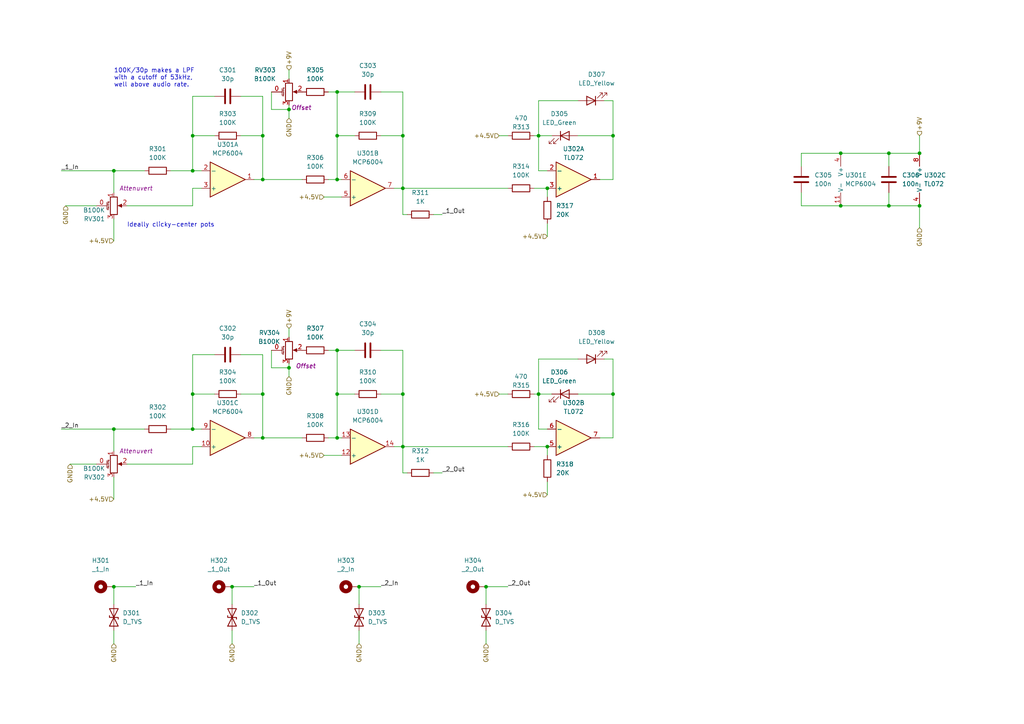
<source format=kicad_sch>
(kicad_sch (version 20211123) (generator eeschema)
  (paper "A4")
  (lib_symbols
    (symbol "Amplifier_Operational:MCP6004" (pin_names (offset 0.127))
      (property "Reference" "U" (at 0 5.08 0))
      (property "Value" "MCP6004" (at 0 -5.08 0))
      (symbol "MCP6004_1_1"
        (polyline (pts (xy -5.08 5.08) (xy 5.08 0) (xy -5.08 -5.08) (xy -5.08 5.08)) (stroke (width 0.254)) (fill (type background)))
        (pin output line (at 7.62 0 180) (length 2.54) (name "~") (number "1"))
        (pin input line (at -7.62 -2.54 0) (length 2.54) (name "-") (number "2"))
        (pin input line (at -7.62 2.54 0) (length 2.54) (name "+") (number "3"))
      )
      (symbol "MCP6004_2_1"
        (polyline (pts (xy -5.08 5.08) (xy 5.08 0) (xy -5.08 -5.08) (xy -5.08 5.08)) (stroke (width 0.254)) (fill (type background)))
        (pin input line (at -7.62 2.54 0) (length 2.54) (name "+") (number "5"))
        (pin input line (at -7.62 -2.54 0) (length 2.54) (name "-") (number "6"))
        (pin output line (at 7.62 0 180) (length 2.54) (name "~") (number "7"))
      )
      (symbol "MCP6004_3_1"
        (polyline (pts (xy -5.08 5.08) (xy 5.08 0) (xy -5.08 -5.08) (xy -5.08 5.08)) (stroke (width 0.254)) (fill (type background)))
        (pin input line (at -7.62 2.54 0) (length 2.54) (name "+") (number "10"))
        (pin output line (at 7.62 0 180) (length 2.54) (name "~") (number "8"))
        (pin input line (at -7.62 -2.54 0) (length 2.54) (name "-") (number "9"))
      )
      (symbol "MCP6004_4_1"
        (polyline (pts (xy -5.08 5.08) (xy 5.08 0) (xy -5.08 -5.08) (xy -5.08 5.08)) (stroke (width 0.254)) (fill (type background)))
        (pin input line (at -7.62 2.54 0) (length 2.54) (name "+") (number "12"))
        (pin input line (at -7.62 -2.54 0) (length 2.54) (name "-") (number "13"))
        (pin output line (at 7.62 0 180) (length 2.54) (name "~") (number "14"))
      )
      (symbol "MCP6004_5_1"
        (pin power_in line (at -2.54 -7.62 90) (length 3.81) (name "V-") (number "11"))
        (pin power_in line (at -2.54 7.62 270) (length 3.81) (name "V+") (number "4"))
      )
    )
    (symbol "Amplifier_Operational:TL072" (pin_names (offset 0.127))
      (property "Reference" "U" (at 0 5.08 0))
      (property "Value" "TL072" (at 0 -5.08 0))
      (symbol "TL072_1_1"
        (polyline (pts (xy -5.08 5.08) (xy 5.08 0) (xy -5.08 -5.08) (xy -5.08 5.08)) (stroke (width 0.254)) (fill (type background)))
        (pin output line (at 7.62 0 180) (length 2.54) (name "~") (number "1"))
        (pin input line (at -7.62 -2.54 0) (length 2.54) (name "-") (number "2"))
        (pin input line (at -7.62 2.54 0) (length 2.54) (name "+") (number "3"))
      )
      (symbol "TL072_2_1"
        (polyline (pts (xy -5.08 5.08) (xy 5.08 0) (xy -5.08 -5.08) (xy -5.08 5.08)) (stroke (width 0.254)) (fill (type background)))
        (pin input line (at -7.62 2.54 0) (length 2.54) (name "+") (number "5"))
        (pin input line (at -7.62 -2.54 0) (length 2.54) (name "-") (number "6"))
        (pin output line (at 7.62 0 180) (length 2.54) (name "~") (number "7"))
      )
      (symbol "TL072_3_1"
        (pin power_in line (at -2.54 -7.62 90) (length 3.81) (name "V-") (number "4"))
        (pin power_in line (at -2.54 7.62 270) (length 3.81) (name "V+") (number "8"))
      )
    )
    (symbol "Device:C" (pin_numbers hide) (pin_names (offset 0.254))
      (property "Reference" "C" (at 0.635 2.54 0))
      (property "Value" "C" (at 0.635 -2.54 0))
      (symbol "C_0_1"
        (polyline (pts (xy -2.032 -0.762) (xy 2.032 -0.762)) (stroke (width 0.508)))
        (polyline (pts (xy -2.032 0.762) (xy 2.032 0.762)) (stroke (width 0.508)))
      )
      (symbol "C_1_1"
        (pin passive line (at 0 3.81 270) (length 2.794) (name "~") (number "1"))
        (pin passive line (at 0 -3.81 90) (length 2.794) (name "~") (number "2"))
      )
    )
    (symbol "Device:D_TVS" (pin_numbers hide) (pin_names (offset 1.016) hide)
      (property "Reference" "D" (at 0 2.54 0))
      (property "Value" "D_TVS" (at 0 -2.54 0))
      (symbol "D_TVS_0_1"
        (polyline (pts (xy 1.27 0) (xy -1.27 0)))
        (polyline (pts (xy 0.508 1.27) (xy 0 1.27) (xy 0 -1.27) (xy -0.508 -1.27)) (stroke (width 0.254)))
        (polyline (pts (xy -2.54 1.27) (xy -2.54 -1.27) (xy 2.54 1.27) (xy 2.54 -1.27) (xy -2.54 1.27)) (stroke (width 0.254)))
      )
      (symbol "D_TVS_1_1"
        (pin passive line (at -3.81 0 0) (length 2.54) (name "A1") (number "1"))
        (pin passive line (at 3.81 0 180) (length 2.54) (name "A2") (number "2"))
      )
    )
    (symbol "Device:LED" (pin_numbers hide) (pin_names (offset 1.016) hide)
      (property "Reference" "D" (at 0 2.54 0))
      (property "Value" "LED" (at 0 -2.54 0))
      (symbol "LED_0_1"
        (polyline (pts (xy -1.27 -1.27) (xy -1.27 1.27)) (stroke (width 0.254)))
        (polyline (pts (xy -1.27 0) (xy 1.27 0)))
        (polyline (pts (xy 1.27 -1.27) (xy 1.27 1.27) (xy -1.27 0) (xy 1.27 -1.27)) (stroke (width 0.254)))
        (polyline (pts (xy -3.048 -0.762) (xy -4.572 -2.286) (xy -3.81 -2.286) (xy -4.572 -2.286) (xy -4.572 -1.524)))
        (polyline (pts (xy -1.778 -0.762) (xy -3.302 -2.286) (xy -2.54 -2.286) (xy -3.302 -2.286) (xy -3.302 -1.524)))
      )
      (symbol "LED_1_1"
        (pin passive line (at -3.81 0 0) (length 2.54) (name "K") (number "1"))
        (pin passive line (at 3.81 0 180) (length 2.54) (name "A") (number "2"))
      )
    )
    (symbol "Device:R" (pin_numbers hide) (pin_names (offset 0))
      (property "Reference" "R" (at 2.032 0 90))
      (property "Value" "R" (at 0 0 90))
      (symbol "R_0_1"
        (rectangle (start -1.016 -2.54) (end 1.016 2.54) (stroke (width 0.254)))
      )
      (symbol "R_1_1"
        (pin passive line (at 0 3.81 270) (length 1.27) (name "~") (number "1"))
        (pin passive line (at 0 -3.81 90) (length 1.27) (name "~") (number "2"))
      )
    )
    (symbol "Mechanical:MountingHole_Pad" (pin_numbers hide) (pin_names (offset 1.016) hide)
      (property "Reference" "H" (at 0 6.35 0))
      (property "Value" "MountingHole_Pad" (at 0 4.445 0))
      (symbol "MountingHole_Pad_0_1"
        (circle (center 0 1.27) (radius 1.27) (stroke (width 1.27)))
      )
      (symbol "MountingHole_Pad_1_1"
        (pin input line (at 0 -2.54 90) (length 2.54) (name "1") (number "1"))
      )
    )
    (symbol "R0904NB10KL-25KQ:R_Potentiometer_Shield" (pin_names (offset 1.016) hide)
      (property "Reference" "RV" (at -8.255 0 90))
      (property "Value" "R_Potentiometer_Shield" (at -6.35 0 90))
      (symbol "R_Potentiometer_Shield_0_1"
        (polyline (pts (xy 2.54 0) (xy 1.524 0)))
        (polyline (pts (xy 1.143 0) (xy 2.286 0.508) (xy 2.286 -0.508)) (fill (type outline)))
        (rectangle (start 1.016 2.54) (end -1.016 -2.54) (stroke (width 0.254)))
      )
      (symbol "R_Potentiometer_Shield_1_1"
        (polyline (pts (xy -2.032 1.016) (xy -2.032 -1.016)) (stroke (width 0.1524)))
        (text "Mounting" (at -1.651 0 900) (effects (font (size 0.381 0.381))))
        (pin passive line (at -5.08 0 0) (length 3.048) (name "ShieldPin") (number "0"))
        (pin passive line (at 0 3.81 270) (length 1.27) (name "1") (number "1"))
        (pin passive line (at 3.81 0 180) (length 1.27) (name "2") (number "2"))
        (pin passive line (at 0 -3.81 90) (length 1.27) (name "3") (number "3"))
      )
    )
  )
  (junction (at 116.84 114.3))
  (junction (at 243.84 59.69))
  (junction (at 55.88 49.53))
  (junction (at 55.88 114.3))
  (junction (at 33.02 170.18))
  (junction (at 97.79 101.6))
  (junction (at 55.88 39.37))
  (junction (at 97.79 39.37))
  (junction (at 33.02 124.46))
  (junction (at 266.7 59.69))
  (junction (at 76.2 39.37))
  (junction (at 97.79 52.07))
  (junction (at 76.2 114.3))
  (junction (at 156.21 114.3))
  (junction (at 140.97 170.18))
  (junction (at 33.02 49.53))
  (junction (at 116.84 54.61))
  (junction (at 243.84 44.45))
  (junction (at 177.8 114.3))
  (junction (at 67.31 170.18))
  (junction (at 116.84 39.37))
  (junction (at 156.21 39.37))
  (junction (at 177.8 39.37))
  (junction (at 55.88 124.46))
  (junction (at 76.2 127))
  (junction (at 257.81 44.45))
  (junction (at 83.82 106.68))
  (junction (at 158.75 54.61))
  (junction (at 83.82 31.75))
  (junction (at 104.14 170.18))
  (junction (at 97.79 114.3))
  (junction (at 116.84 129.54))
  (junction (at 158.75 129.54))
  (junction (at 97.79 26.67))
  (junction (at 76.2 52.07))
  (junction (at 266.7 44.45))
  (junction (at 97.79 127))
  (junction (at 257.81 59.69))
  (wire (pts (xy 49.53 49.53) (xy 55.88 49.53)))
  (wire (pts (xy 125.73 62.23) (xy 128.27 62.23)))
  (wire (pts (xy 167.64 114.3) (xy 177.8 114.3)))
  (wire (pts (xy 83.82 106.68) (xy 83.82 109.22)))
  (wire (pts (xy 97.79 26.67) (xy 97.79 39.37)))
  (wire (pts (xy 257.81 59.69) (xy 266.7 59.69)))
  (wire (pts (xy 78.74 26.67) (xy 78.74 31.75)))
  (wire (pts (xy 33.02 182.88) (xy 33.02 186.69)))
  (wire (pts (xy 266.7 39.37) (xy 266.7 44.45)))
  (wire (pts (xy 177.8 114.3) (xy 177.8 127)))
  (wire (pts (xy 33.02 138.43) (xy 33.02 144.78)))
  (wire (pts (xy 116.84 54.61) (xy 147.32 54.61)))
  (wire (pts (xy 83.82 30.48) (xy 83.82 31.75)))
  (wire (pts (xy 147.32 114.3) (xy 144.78 114.3)))
  (wire (pts (xy 78.74 106.68) (xy 83.82 106.68)))
  (wire (pts (xy 76.2 52.07) (xy 87.63 52.07)))
  (wire (pts (xy 156.21 39.37) (xy 154.94 39.37)))
  (wire (pts (xy 116.84 54.61) (xy 114.3 54.61)))
  (wire (pts (xy 67.31 182.88) (xy 67.31 186.69)))
  (wire (pts (xy 243.84 59.69) (xy 232.41 59.69)))
  (wire (pts (xy 55.88 102.87) (xy 55.88 114.3)))
  (wire (pts (xy 97.79 26.67) (xy 102.87 26.67)))
  (wire (pts (xy 232.41 48.26) (xy 232.41 44.45)))
  (wire (pts (xy 156.21 114.3) (xy 156.21 104.14)))
  (wire (pts (xy 110.49 114.3) (xy 116.84 114.3)))
  (wire (pts (xy 55.88 59.69) (xy 36.83 59.69)))
  (wire (pts (xy 55.88 129.54) (xy 58.42 129.54)))
  (wire (pts (xy 177.8 127) (xy 173.99 127)))
  (wire (pts (xy 140.97 170.18) (xy 147.32 170.18)))
  (wire (pts (xy 33.02 49.53) (xy 41.91 49.53)))
  (wire (pts (xy 76.2 102.87) (xy 76.2 114.3)))
  (wire (pts (xy 156.21 39.37) (xy 156.21 49.53)))
  (wire (pts (xy 156.21 114.3) (xy 160.02 114.3)))
  (wire (pts (xy 97.79 127) (xy 99.06 127)))
  (wire (pts (xy 116.84 101.6) (xy 116.84 114.3)))
  (wire (pts (xy 73.66 127) (xy 76.2 127)))
  (wire (pts (xy 76.2 127) (xy 87.63 127)))
  (wire (pts (xy 55.88 39.37) (xy 55.88 49.53)))
  (wire (pts (xy 167.64 39.37) (xy 177.8 39.37)))
  (wire (pts (xy 83.82 95.25) (xy 83.82 97.79)))
  (wire (pts (xy 76.2 27.94) (xy 76.2 39.37)))
  (wire (pts (xy 83.82 31.75) (xy 83.82 34.29)))
  (wire (pts (xy 95.25 52.07) (xy 97.79 52.07)))
  (wire (pts (xy 83.82 105.41) (xy 83.82 106.68)))
  (wire (pts (xy 78.74 101.6) (xy 78.74 106.68)))
  (wire (pts (xy 257.81 55.88) (xy 257.81 59.69)))
  (wire (pts (xy 33.02 124.46) (xy 41.91 124.46)))
  (wire (pts (xy 97.79 114.3) (xy 97.79 127)))
  (wire (pts (xy 116.84 26.67) (xy 116.84 39.37)))
  (wire (pts (xy 76.2 39.37) (xy 76.2 52.07)))
  (wire (pts (xy 156.21 124.46) (xy 158.75 124.46)))
  (wire (pts (xy 156.21 114.3) (xy 156.21 124.46)))
  (wire (pts (xy 19.05 59.69) (xy 27.94 59.69)))
  (wire (pts (xy 76.2 114.3) (xy 76.2 127)))
  (wire (pts (xy 158.75 54.61) (xy 158.75 57.15)))
  (wire (pts (xy 102.87 39.37) (xy 97.79 39.37)))
  (wire (pts (xy 116.84 62.23) (xy 118.11 62.23)))
  (wire (pts (xy 243.84 59.69) (xy 257.81 59.69)))
  (wire (pts (xy 110.49 26.67) (xy 116.84 26.67)))
  (wire (pts (xy 177.8 104.14) (xy 177.8 114.3)))
  (wire (pts (xy 69.85 114.3) (xy 76.2 114.3)))
  (wire (pts (xy 33.02 124.46) (xy 33.02 130.81)))
  (wire (pts (xy 55.88 124.46) (xy 58.42 124.46)))
  (wire (pts (xy 55.88 27.94) (xy 55.88 39.37)))
  (wire (pts (xy 97.79 101.6) (xy 97.79 114.3)))
  (wire (pts (xy 156.21 104.14) (xy 167.64 104.14)))
  (wire (pts (xy 257.81 44.45) (xy 266.7 44.45)))
  (wire (pts (xy 73.66 52.07) (xy 76.2 52.07)))
  (wire (pts (xy 62.23 102.87) (xy 55.88 102.87)))
  (wire (pts (xy 55.88 134.62) (xy 36.83 134.62)))
  (wire (pts (xy 104.14 170.18) (xy 104.14 175.26)))
  (wire (pts (xy 67.31 170.18) (xy 67.31 175.26)))
  (wire (pts (xy 232.41 59.69) (xy 232.41 55.88)))
  (wire (pts (xy 158.75 64.77) (xy 158.75 68.58)))
  (wire (pts (xy 95.25 127) (xy 97.79 127)))
  (wire (pts (xy 175.26 104.14) (xy 177.8 104.14)))
  (wire (pts (xy 177.8 39.37) (xy 177.8 52.07)))
  (wire (pts (xy 156.21 29.21) (xy 167.64 29.21)))
  (wire (pts (xy 116.84 129.54) (xy 147.32 129.54)))
  (wire (pts (xy 49.53 124.46) (xy 55.88 124.46)))
  (wire (pts (xy 93.98 57.15) (xy 99.06 57.15)))
  (wire (pts (xy 266.7 59.69) (xy 266.7 66.04)))
  (wire (pts (xy 17.78 49.53) (xy 33.02 49.53)))
  (wire (pts (xy 62.23 39.37) (xy 55.88 39.37)))
  (wire (pts (xy 257.81 44.45) (xy 257.81 48.26)))
  (wire (pts (xy 116.84 54.61) (xy 116.84 62.23)))
  (wire (pts (xy 62.23 114.3) (xy 55.88 114.3)))
  (wire (pts (xy 93.98 132.08) (xy 99.06 132.08)))
  (wire (pts (xy 243.84 44.45) (xy 257.81 44.45)))
  (wire (pts (xy 55.88 54.61) (xy 55.88 59.69)))
  (wire (pts (xy 33.02 49.53) (xy 33.02 55.88)))
  (wire (pts (xy 110.49 101.6) (xy 116.84 101.6)))
  (wire (pts (xy 110.49 39.37) (xy 116.84 39.37)))
  (wire (pts (xy 97.79 101.6) (xy 95.25 101.6)))
  (wire (pts (xy 158.75 139.7) (xy 158.75 143.51)))
  (wire (pts (xy 33.02 170.18) (xy 33.02 175.26)))
  (wire (pts (xy 158.75 129.54) (xy 158.75 132.08)))
  (wire (pts (xy 116.84 129.54) (xy 116.84 137.16)))
  (wire (pts (xy 156.21 39.37) (xy 156.21 29.21)))
  (wire (pts (xy 97.79 39.37) (xy 97.79 52.07)))
  (wire (pts (xy 177.8 29.21) (xy 177.8 39.37)))
  (wire (pts (xy 83.82 20.32) (xy 83.82 22.86)))
  (wire (pts (xy 154.94 54.61) (xy 158.75 54.61)))
  (wire (pts (xy 156.21 39.37) (xy 160.02 39.37)))
  (wire (pts (xy 232.41 44.45) (xy 243.84 44.45)))
  (wire (pts (xy 156.21 49.53) (xy 158.75 49.53)))
  (wire (pts (xy 69.85 27.94) (xy 76.2 27.94)))
  (wire (pts (xy 55.88 49.53) (xy 58.42 49.53)))
  (wire (pts (xy 20.32 134.62) (xy 27.94 134.62)))
  (wire (pts (xy 116.84 114.3) (xy 116.84 129.54)))
  (wire (pts (xy 97.79 52.07) (xy 99.06 52.07)))
  (wire (pts (xy 156.21 114.3) (xy 154.94 114.3)))
  (wire (pts (xy 104.14 182.88) (xy 104.14 186.69)))
  (wire (pts (xy 97.79 26.67) (xy 95.25 26.67)))
  (wire (pts (xy 102.87 114.3) (xy 97.79 114.3)))
  (wire (pts (xy 116.84 39.37) (xy 116.84 54.61)))
  (wire (pts (xy 116.84 137.16) (xy 118.11 137.16)))
  (wire (pts (xy 55.88 129.54) (xy 55.88 134.62)))
  (wire (pts (xy 17.78 124.46) (xy 33.02 124.46)))
  (wire (pts (xy 55.88 114.3) (xy 55.88 124.46)))
  (wire (pts (xy 62.23 27.94) (xy 55.88 27.94)))
  (wire (pts (xy 55.88 54.61) (xy 58.42 54.61)))
  (wire (pts (xy 33.02 170.18) (xy 39.37 170.18)))
  (wire (pts (xy 78.74 31.75) (xy 83.82 31.75)))
  (wire (pts (xy 69.85 39.37) (xy 76.2 39.37)))
  (wire (pts (xy 97.79 101.6) (xy 102.87 101.6)))
  (wire (pts (xy 104.14 170.18) (xy 110.49 170.18)))
  (wire (pts (xy 177.8 52.07) (xy 173.99 52.07)))
  (wire (pts (xy 125.73 137.16) (xy 128.27 137.16)))
  (wire (pts (xy 175.26 29.21) (xy 177.8 29.21)))
  (wire (pts (xy 154.94 129.54) (xy 158.75 129.54)))
  (wire (pts (xy 69.85 102.87) (xy 76.2 102.87)))
  (wire (pts (xy 116.84 129.54) (xy 114.3 129.54)))
  (wire (pts (xy 33.02 63.5) (xy 33.02 69.85)))
  (wire (pts (xy 147.32 39.37) (xy 144.78 39.37)))
  (wire (pts (xy 140.97 182.88) (xy 140.97 186.69)))
  (wire (pts (xy 140.97 170.18) (xy 140.97 175.26)))
  (wire (pts (xy 67.31 170.18) (xy 73.66 170.18)))
  (text "100K/30p makes a LPF\nwith a cutoff of 53kHz,\nwell above audio rate." (at 33.02 25.4 0) (effects (font (size 1.27 1.27)) (justify left bottom)))
  (text "Ideally clicky-center pots\n" (at 36.83 66.04 0) (effects (font (size 1.27 1.27)) (justify left bottom)))
  (label "${SHEETNAME}_2_Out" (at 147.32 170.18 0))
  (label "${SHEETNAME}_1_Out" (at 73.66 170.18 0))
  (label "${SHEETNAME}_2_In" (at 17.78 124.46 0))
  (label "${SHEETNAME}_2_Out" (at 128.27 137.16 0))
  (label "${SHEETNAME}_2_In" (at 110.49 170.18 0))
  (label "${SHEETNAME}_1_In" (at 17.78 49.53 0))
  (label "${SHEETNAME}_1_In" (at 39.37 170.18 0))
  (label "${SHEETNAME}_1_Out" (at 128.27 62.23 0))
  (hierarchical_label "+4.5V" (shape input) (at 158.75 143.51 180))
  (hierarchical_label "+4.5V" (shape input) (at 93.98 132.08 180))
  (hierarchical_label "+4.5V" (shape input) (at 144.78 39.37 180))
  (hierarchical_label "GND" (shape input) (at 83.82 109.22 270))
  (hierarchical_label "GND" (shape input) (at 140.97 186.69 270))
  (hierarchical_label "GND" (shape input) (at 33.02 186.69 270))
  (hierarchical_label "+9V" (shape input) (at 266.7 39.37 90))
  (hierarchical_label "+4.5V" (shape input) (at 33.02 69.85 180))
  (hierarchical_label "+4.5V" (shape input) (at 33.02 144.78 180))
  (hierarchical_label "GND" (shape input) (at 67.31 186.69 270))
  (hierarchical_label "+4.5V" (shape input) (at 158.75 68.58 180))
  (hierarchical_label "GND" (shape input) (at 19.05 59.69 270))
  (hierarchical_label "+4.5V" (shape input) (at 93.98 57.15 180))
  (hierarchical_label "+4.5V" (shape input) (at 144.78 114.3 180))
  (hierarchical_label "GND" (shape input) (at 83.82 34.29 270))
  (hierarchical_label "GND" (shape input) (at 266.7 66.04 270))
  (hierarchical_label "+9V" (shape input) (at 83.82 20.32 90))
  (hierarchical_label "+9V" (shape input) (at 83.82 95.25 90))
  (hierarchical_label "GND" (shape input) (at 104.14 186.69 270))
  (hierarchical_label "GND" (shape input) (at 20.32 134.62 270))
  (symbol (lib_id "Device:R") (at 106.68 114.3 270) (unit 1)
    (property "Reference" "R310" (at 106.68 107.95 90))
    (property "Value" "100K" (at 106.68 110.49 90))
    (property "Footprint" "Resistor_SMD:R_0603_1608Metric_Pad0.98x0.95mm_HandSolder" (effects hide))
  )
  (symbol (lib_id "Device:R") (at 121.92 137.16 270) (unit 1)
    (property "Reference" "R312" (at 121.92 130.81 90))
    (property "Value" "1K" (at 121.92 133.35 90))
    (property "Footprint" "Resistor_SMD:R_0603_1608Metric_Pad0.98x0.95mm_HandSolder" (effects hide))
  )
  (symbol (lib_id "Device:R") (at 158.75 60.96 0) (unit 1)
    (property "Reference" "R317" (at 161.29 59.6899 0) (effects (justify left)))
    (property "Value" "20K" (at 161.29 62.2299 0) (effects (justify left)))
    (property "Footprint" "Resistor_SMD:R_0603_1608Metric_Pad0.98x0.95mm_HandSolder" (effects hide))
  )
  (symbol (lib_id "Device:LED") (at 163.83 39.37 0) (unit 1)
    (property "Reference" "D305" (at 162.2425 33.02 0))
    (property "Value" "LED_Green" (at 162.2425 35.56 0))
    (property "Footprint" "LED_THT:LED_D3.0mm" (effects hide))
  )
  (symbol (lib_id "R0904NB10KL-25KQ:R_Potentiometer_Shield") (at 83.82 26.67 0) (unit 1)
    (property "Reference" "RV303" (at 80.01 20.32 0) (effects (justify right)))
    (property "Value" "B100K" (at 80.01 22.86 0) (effects (justify right)))
    (property "Footprint" "R0904NB10KL-25KQ:V2_TRIM_R0904NB10KL-25KQ-" (effects hide))
    (property "Role" "Offset" (at 90.17 30.48 0) (effects (font italic) (justify right top)))
  )
  (symbol (lib_id "Device:C") (at 106.68 101.6 90) (unit 1)
    (property "Reference" "C304" (at 106.68 93.98 90))
    (property "Value" "30p" (at 106.68 96.52 90))
    (property "Footprint" "Capacitor_SMD:C_0603_1608Metric_Pad1.08x0.95mm_HandSolder" (effects hide))
  )
  (symbol (lib_id "Device:C") (at 232.41 52.07 0) (unit 1)
    (property "Reference" "C305" (at 236.22 50.7999 0) (effects (justify left)))
    (property "Value" "100n" (at 236.22 53.3399 0) (effects (justify left)))
    (property "Footprint" "Capacitor_SMD:C_0603_1608Metric_Pad1.08x0.95mm_HandSolder" (effects hide))
  )
  (symbol (lib_id "Device:C") (at 66.04 27.94 90) (unit 1)
    (property "Reference" "C301" (at 66.04 20.32 90))
    (property "Value" "30p" (at 66.04 22.86 90))
    (property "Footprint" "Capacitor_SMD:C_0603_1608Metric_Pad1.08x0.95mm_HandSolder" (effects hide))
  )
  (symbol (lib_id "R0904NB10KL-25KQ:R_Potentiometer_Shield") (at 33.02 59.69 0) (unit 1)
    (property "Reference" "RV301" (at 30.48 63.5 0) (effects (justify right)))
    (property "Value" "B100K" (at 30.48 60.96 0) (effects (justify right)))
    (property "Footprint" "R0904NB10KL-25KQ:V2_TRIM_R0904NB10KL-25KQ-" (effects hide))
    (property "Role" "Attenuvert" (at 39.37 54.61 0) (effects (font italic)))
  )
  (symbol (lib_id "Device:D_TVS") (at 33.02 179.07 90) (unit 1)
    (property "Reference" "D301" (at 35.56 177.7999 90) (effects (justify right)))
    (property "Value" "D_TVS" (at 35.56 180.3399 90) (effects (justify right)))
    (property "Footprint" "Diode_SMD:D_SOD-323_HandSoldering" (effects hide))
  )
  (symbol (lib_id "Device:R") (at 91.44 101.6 270) (unit 1)
    (property "Reference" "R307" (at 91.44 95.25 90))
    (property "Value" "100K" (at 91.44 97.79 90))
    (property "Footprint" "Resistor_SMD:R_0603_1608Metric_Pad0.98x0.95mm_HandSolder" (effects hide))
  )
  (symbol (lib_id "Amplifier_Operational:TL072") (at 269.24 52.07 0) (unit 3)
    (property "Reference" "U302" (at 267.97 50.7999 0) (effects (justify left)))
    (property "Value" "TL072" (at 267.97 53.3399 0) (effects (justify left)))
    (property "Footprint" "Package_SO:SOIC-8_3.9x4.9mm_P1.27mm" (effects hide))
    (property "Datasheet" "http://www.ti.com/lit/ds/symlink/tl071.pdf" (effects hide))
  )
  (symbol (lib_id "Device:R") (at 151.13 129.54 270) (unit 1)
    (property "Reference" "R316" (at 151.13 123.19 90))
    (property "Value" "100K" (at 151.13 125.73 90))
    (property "Footprint" "Resistor_SMD:R_0603_1608Metric_Pad0.98x0.95mm_HandSolder" (effects hide))
  )
  (symbol (lib_id "Device:R") (at 45.72 49.53 90) (unit 1)
    (property "Reference" "R301" (at 45.72 43.18 90))
    (property "Value" "100K" (at 45.72 45.72 90))
    (property "Footprint" "Resistor_SMD:R_0603_1608Metric_Pad0.98x0.95mm_HandSolder" (effects hide))
  )
  (symbol (lib_id "Device:C") (at 106.68 26.67 90) (unit 1)
    (property "Reference" "C303" (at 106.68 19.05 90))
    (property "Value" "30p" (at 106.68 21.59 90))
    (property "Footprint" "Capacitor_SMD:C_0603_1608Metric_Pad1.08x0.95mm_HandSolder" (effects hide))
  )
  (symbol (lib_id "R0904NB10KL-25KQ:R_Potentiometer_Shield") (at 83.82 101.6 0) (unit 1)
    (property "Reference" "RV304" (at 81.28 96.52 0) (effects (justify right)))
    (property "Value" "B100K" (at 81.28 99.06 0) (effects (justify right)))
    (property "Footprint" "R0904NB10KL-25KQ:V2_TRIM_R0904NB10KL-25KQ-" (effects hide))
    (property "Role" "Offset" (at 91.44 105.41 0) (effects (font italic) (justify right top)))
  )
  (symbol (lib_id "Mechanical:MountingHole_Pad") (at 30.48 170.18 90) (unit 1)
    (property "Reference" "H301" (at 29.21 162.56 90))
    (property "Value" "${SHEETNAME}_1_In" (at 29.21 165.1 90))
    (property "Footprint" "MountingHole:MountingHole_4.3mm_M4_Pad_TopBottom" (effects hide))
  )
  (symbol (lib_id "Device:D_TVS") (at 104.14 179.07 90) (unit 1)
    (property "Reference" "D303" (at 106.68 177.7999 90) (effects (justify right)))
    (property "Value" "D_TVS" (at 106.68 180.3399 90) (effects (justify right)))
    (property "Footprint" "Diode_SMD:D_SOD-323_HandSoldering" (effects hide))
  )
  (symbol (lib_id "Device:R") (at 121.92 62.23 270) (unit 1)
    (property "Reference" "R311" (at 121.92 55.88 90))
    (property "Value" "1K" (at 121.92 58.42 90))
    (property "Footprint" "Resistor_SMD:R_0603_1608Metric_Pad0.98x0.95mm_HandSolder" (effects hide))
  )
  (symbol (lib_id "Amplifier_Operational:MCP6004") (at 106.68 129.54 0) (mirror x) (unit 4)
    (property "Reference" "U301" (at 106.68 119.38 0))
    (property "Value" "MCP6004" (at 106.68 121.92 0))
    (property "Footprint" "Package_SO:TSSOP-14_4.4x5mm_P0.65mm" (effects hide))
    (property "Datasheet" "http://ww1.microchip.com/downloads/en/DeviceDoc/21733j.pdf" (effects hide))
  )
  (symbol (lib_id "Mechanical:MountingHole_Pad") (at 138.43 170.18 90) (unit 1)
    (property "Reference" "H304" (at 137.16 162.56 90))
    (property "Value" "${SHEETNAME}_2_Out" (at 137.16 165.1 90))
    (property "Footprint" "MountingHole:MountingHole_4.3mm_M4_Pad_TopBottom" (effects hide))
  )
  (symbol (lib_id "Amplifier_Operational:MCP6004") (at 246.38 52.07 0) (unit 5)
    (property "Reference" "U301" (at 245.11 50.7999 0) (effects (justify left)))
    (property "Value" "MCP6004" (at 245.11 53.3399 0) (effects (justify left)))
    (property "Footprint" "Package_SO:TSSOP-14_4.4x5mm_P0.65mm" (effects hide))
    (property "Datasheet" "http://ww1.microchip.com/downloads/en/DeviceDoc/21733j.pdf" (effects hide))
  )
  (symbol (lib_id "Device:R") (at 106.68 39.37 270) (unit 1)
    (property "Reference" "R309" (at 106.68 33.02 90))
    (property "Value" "100K" (at 106.68 35.56 90))
    (property "Footprint" "Resistor_SMD:R_0603_1608Metric_Pad0.98x0.95mm_HandSolder" (effects hide))
  )
  (symbol (lib_id "Device:R") (at 158.75 135.89 0) (unit 1)
    (property "Reference" "R318" (at 161.29 134.6199 0) (effects (justify left)))
    (property "Value" "20K" (at 161.29 137.1599 0) (effects (justify left)))
    (property "Footprint" "Resistor_SMD:R_0603_1608Metric_Pad0.98x0.95mm_HandSolder" (effects hide))
  )
  (symbol (lib_id "Device:R") (at 45.72 124.46 90) (unit 1)
    (property "Reference" "R302" (at 45.72 118.11 90))
    (property "Value" "100K" (at 45.72 120.65 90))
    (property "Footprint" "Resistor_SMD:R_0603_1608Metric_Pad0.98x0.95mm_HandSolder" (effects hide))
  )
  (symbol (lib_id "Device:C") (at 257.81 52.07 0) (unit 1)
    (property "Reference" "C306" (at 261.62 50.7999 0) (effects (justify left)))
    (property "Value" "100n" (at 261.62 53.3399 0) (effects (justify left)))
    (property "Footprint" "Capacitor_SMD:C_0603_1608Metric_Pad1.08x0.95mm_HandSolder" (effects hide))
  )
  (symbol (lib_id "Amplifier_Operational:TL072") (at 166.37 127 0) (mirror x) (unit 2)
    (property "Reference" "U302" (at 166.37 116.84 0))
    (property "Value" "TL072" (at 166.37 119.38 0))
    (property "Footprint" "Package_SO:SOIC-8_3.9x4.9mm_P1.27mm" (effects hide))
    (property "Datasheet" "http://www.ti.com/lit/ds/symlink/tl071.pdf" (effects hide))
  )
  (symbol (lib_id "Device:R") (at 91.44 26.67 270) (unit 1)
    (property "Reference" "R305" (at 91.44 20.32 90))
    (property "Value" "100K" (at 91.44 22.86 90))
    (property "Footprint" "Resistor_SMD:R_0603_1608Metric_Pad0.98x0.95mm_HandSolder" (effects hide))
  )
  (symbol (lib_id "Device:R") (at 91.44 127 270) (unit 1)
    (property "Reference" "R308" (at 91.44 120.65 90))
    (property "Value" "100K" (at 91.44 123.19 90))
    (property "Footprint" "Resistor_SMD:R_0603_1608Metric_Pad0.98x0.95mm_HandSolder" (effects hide))
  )
  (symbol (lib_id "Mechanical:MountingHole_Pad") (at 101.6 170.18 90) (unit 1)
    (property "Reference" "H303" (at 100.33 162.56 90))
    (property "Value" "${SHEETNAME}_2_In" (at 100.33 165.1 90))
    (property "Footprint" "MountingHole:MountingHole_4.3mm_M4_Pad_TopBottom" (effects hide))
  )
  (symbol (lib_id "Amplifier_Operational:MCP6004") (at 66.04 127 0) (mirror x) (unit 3)
    (property "Reference" "U301" (at 66.04 116.84 0))
    (property "Value" "MCP6004" (at 66.04 119.38 0))
    (property "Footprint" "Package_SO:TSSOP-14_4.4x5mm_P0.65mm" (effects hide))
    (property "Datasheet" "http://ww1.microchip.com/downloads/en/DeviceDoc/21733j.pdf" (effects hide))
  )
  (symbol (lib_id "Device:R") (at 66.04 39.37 270) (unit 1)
    (property "Reference" "R303" (at 66.04 33.02 90))
    (property "Value" "100K" (at 66.04 35.56 90))
    (property "Footprint" "Resistor_SMD:R_0603_1608Metric_Pad0.98x0.95mm_HandSolder" (effects hide))
  )
  (symbol (lib_id "Device:R") (at 66.04 114.3 270) (unit 1)
    (property "Reference" "R304" (at 66.04 107.95 90))
    (property "Value" "100K" (at 66.04 110.49 90))
    (property "Footprint" "Resistor_SMD:R_0603_1608Metric_Pad0.98x0.95mm_HandSolder" (effects hide))
  )
  (symbol (lib_id "Device:D_TVS") (at 140.97 179.07 90) (unit 1)
    (property "Reference" "D304" (at 143.51 177.7999 90) (effects (justify right)))
    (property "Value" "D_TVS" (at 143.51 180.3399 90) (effects (justify right)))
    (property "Footprint" "Diode_SMD:D_SOD-323_HandSoldering" (effects hide))
  )
  (symbol (lib_id "Device:R") (at 151.13 114.3 90) (unit 1)
    (property "Reference" "R315" (at 151.13 111.76 90))
    (property "Value" "470" (at 151.13 109.22 90))
    (property "Footprint" "Resistor_SMD:R_0603_1608Metric_Pad0.98x0.95mm_HandSolder" (effects hide))
  )
  (symbol (lib_id "Device:D_TVS") (at 67.31 179.07 90) (unit 1)
    (property "Reference" "D302" (at 69.85 177.7999 90) (effects (justify right)))
    (property "Value" "D_TVS" (at 69.85 180.3399 90) (effects (justify right)))
    (property "Footprint" "Diode_SMD:D_SOD-323_HandSoldering" (effects hide))
  )
  (symbol (lib_id "Amplifier_Operational:TL072") (at 166.37 52.07 0) (mirror x) (unit 1)
    (property "Reference" "U302" (at 166.37 43.18 0))
    (property "Value" "TL072" (at 166.37 45.72 0))
    (property "Footprint" "Package_SO:SOIC-8_3.9x4.9mm_P1.27mm" (effects hide))
    (property "Datasheet" "http://www.ti.com/lit/ds/symlink/tl071.pdf" (effects hide))
  )
  (symbol (lib_id "Amplifier_Operational:MCP6004") (at 106.68 54.61 0) (mirror x) (unit 2)
    (property "Reference" "U301" (at 106.68 44.45 0))
    (property "Value" "MCP6004" (at 106.68 46.99 0))
    (property "Footprint" "Package_SO:TSSOP-14_4.4x5mm_P0.65mm" (effects hide))
    (property "Datasheet" "http://ww1.microchip.com/downloads/en/DeviceDoc/21733j.pdf" (effects hide))
  )
  (symbol (lib_id "Device:LED") (at 171.45 29.21 180) (unit 1)
    (property "Reference" "D307" (at 173.0375 21.59 0))
    (property "Value" "LED_Yellow" (at 173.0375 24.13 0))
    (property "Footprint" "LED_THT:LED_D3.0mm" (effects hide))
  )
  (symbol (lib_id "Device:LED") (at 163.83 114.3 0) (unit 1)
    (property "Reference" "D306" (at 162.2425 107.95 0))
    (property "Value" "LED_Green" (at 162.2425 110.49 0))
    (property "Footprint" "LED_THT:LED_D3.0mm" (effects hide))
  )
  (symbol (lib_id "Device:R") (at 91.44 52.07 270) (unit 1)
    (property "Reference" "R306" (at 91.44 45.72 90))
    (property "Value" "100K" (at 91.44 48.26 90))
    (property "Footprint" "Resistor_SMD:R_0603_1608Metric_Pad0.98x0.95mm_HandSolder" (effects hide))
  )
  (symbol (lib_id "Mechanical:MountingHole_Pad") (at 64.77 170.18 90) (unit 1)
    (property "Reference" "H302" (at 63.5 162.56 90))
    (property "Value" "${SHEETNAME}_1_Out" (at 63.5 165.1 90))
    (property "Footprint" "MountingHole:MountingHole_4.3mm_M4_Pad_TopBottom" (effects hide))
  )
  (symbol (lib_id "R0904NB10KL-25KQ:R_Potentiometer_Shield") (at 33.02 134.62 0) (unit 1)
    (property "Reference" "RV302" (at 30.48 138.43 0) (effects (justify right)))
    (property "Value" "B100K" (at 30.48 135.89 0) (effects (justify right)))
    (property "Footprint" "R0904NB10KL-25KQ:V2_TRIM_R0904NB10KL-25KQ-" (effects hide))
    (property "Role" "Attenuvert" (at 39.37 130.81 0) (effects (font italic)))
  )
  (symbol (lib_id "Device:C") (at 66.04 102.87 90) (unit 1)
    (property "Reference" "C302" (at 66.04 95.25 90))
    (property "Value" "30p" (at 66.04 97.79 90))
    (property "Footprint" "Capacitor_SMD:C_0603_1608Metric_Pad1.08x0.95mm_HandSolder" (effects hide))
  )
  (symbol (lib_id "Amplifier_Operational:MCP6004") (at 66.04 52.07 0) (mirror x) (unit 1)
    (property "Reference" "U301" (at 66.04 41.91 0))
    (property "Value" "MCP6004" (at 66.04 44.45 0))
    (property "Footprint" "Package_SO:TSSOP-14_4.4x5mm_P0.65mm" (effects hide))
    (property "Datasheet" "http://ww1.microchip.com/downloads/en/DeviceDoc/21733j.pdf" (effects hide))
  )
  (symbol (lib_id "Device:R") (at 151.13 54.61 270) (unit 1)
    (property "Reference" "R314" (at 151.13 48.26 90))
    (property "Value" "100K" (at 151.13 50.8 90))
    (property "Footprint" "Resistor_SMD:R_0603_1608Metric_Pad0.98x0.95mm_HandSolder" (effects hide))
  )
  (symbol (lib_id "Device:R") (at 151.13 39.37 90) (unit 1)
    (property "Reference" "R313" (at 151.13 36.83 90))
    (property "Value" "470" (at 151.13 34.29 90))
    (property "Footprint" "Resistor_SMD:R_0603_1608Metric_Pad0.98x0.95mm_HandSolder" (effects hide))
  )
  (symbol (lib_id "Device:LED") (at 171.45 104.14 180) (unit 1)
    (property "Reference" "D308" (at 173.0375 96.52 0))
    (property "Value" "LED_Yellow" (at 173.0375 99.06 0))
    (property "Footprint" "LED_THT:LED_D3.0mm" (effects hide))
  )
)
</source>
